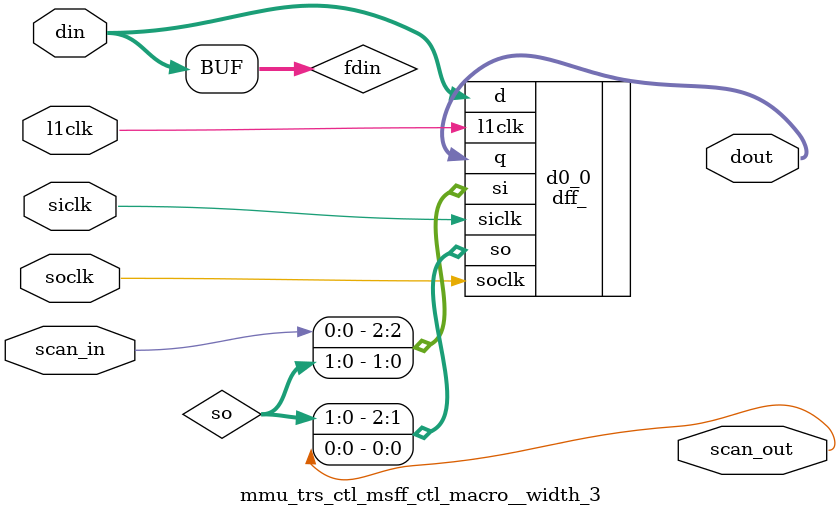
<source format=v>
module mmu_trs_ctl (
  l1clk, 
  scan_in, 
  spc_aclk, 
  spc_bclk, 
  tsb_hit_hw1, 
  thr_valid_hw3, 
  ra2pahit_hw5, 
  ranotpax_hw5, 
  tsm_waitfortte, 
  ep_miss_hw1, 
  rrindex_bit0, 
  rrindex_bit1, 
  l2_ecc_err_hw1, 
  cfg_ecc_err_m3, 
  rr_ecc_err_hw5, 
  l2_ecc_err_type, 
  cfg_ecc_err_type, 
  rr_ecc_err_type, 
  cfg_ecc_err_index, 
  rr_ecc_err_index, 
  trs_rqv, 
  trs_null_st, 
  trs_waitrr3_st, 
  trs_ecc_err, 
  trs_ep_err, 
  trs_err_type, 
  trs_err_index, 
  trs_eccerr_st, 
  trs_eperr_st, 
  scan_out);
wire siclk;
wire soclk;
wire [1:0] rrindex;
wire goto_null_state;
wire null_state;
wire ignorette_state;
wire eperr_state;
wire eccerr_state;
wire next_null_state;
wire next_null_state_;
wire null_state_;
wire null_state_reg_scanin;
wire null_state_reg_scanout;
wire goto_validreq_state;
wire validreq_state;
wire next_validreq_state;
wire validreq_state_reg_scanin;
wire validreq_state_reg_scanout;
wire goto_waitrr2_state;
wire next_waitrr2_state;
wire waitrr2_state_reg_scanin;
wire waitrr2_state_reg_scanout;
wire waitrr2_state;
wire goto_waitrr3_state;
wire next_waitrr3_state;
wire waitrr3_state_reg_scanin;
wire waitrr3_state_reg_scanout;
wire waitrr3_state;
wire goto_ignorette_state;
wire next_ignorette_state;
wire ignorette_state_reg_scanin;
wire ignorette_state_reg_scanout;
wire goto_eperr_state;
wire next_eperr_state;
wire eperr_state_reg_scanin;
wire eperr_state_reg_scanout;
wire goto_eccerr_state;
wire next_eccerr_state;
wire eccerr_state_reg_scanin;
wire eccerr_state_reg_scanout;
wire take_l2_err;
wire take_cfg_err;
wire take_rr_err;
wire [2:0] err_type;
wire err_type_en;
wire [2:0] err_type_in;
wire [2:0] new_err_index;
wire [2:0] err_index_in;
wire err_type_reg_scanin;
wire err_type_reg_scanout;
wire err_index_reg_scanin;
wire err_index_reg_scanout;


input           l1clk;
input           scan_in;
input		spc_aclk;
input		spc_bclk;

input           tsb_hit_hw1;
input           thr_valid_hw3;
input           ra2pahit_hw5;
input           ranotpax_hw5;
input           tsm_waitfortte;

input           ep_miss_hw1;
input           rrindex_bit0;
input           rrindex_bit1;


input           l2_ecc_err_hw1;
input           cfg_ecc_err_m3;
input           rr_ecc_err_hw5;

input [1:0]     l2_ecc_err_type;
input [1:0]     cfg_ecc_err_type;
input [1:0]     rr_ecc_err_type;

input [2:0]     cfg_ecc_err_index;
input [2:0]     rr_ecc_err_index;


output          trs_rqv;
output          trs_null_st;       // indicates that the thread in NULL state.
output          trs_waitrr3_st;    // indicates that the thread in waitrr3 state.
output          trs_ecc_err;       // ecc error signal
output          trs_ep_err;        // ep miss detection
output [2:0]    trs_err_type;      // ecc error type (001=>mra c 010=>mra uc 101=>l2 c 110=>l2 uc 111=>l2 notdata)
                                          // thread could be in validreq, readrr, waitrr2, waitrr3 or ignorette states.

output [2:0]    trs_err_index;     // index for mra errors

output          trs_eccerr_st;
output          trs_eperr_st;

output          scan_out;


assign siclk	= spc_aclk;
assign soclk	= spc_bclk;



assign rrindex[1:0] = {rrindex_bit1, rrindex_bit0};


///////////////////////////////////////////////////
// CASE STATEMENT DESCRIPTION OF TRS MACHINE
///////////////////////////////////////////////////
//case(`TRS_STATE)
//  `NULL_ST:
//    begin
//
//    if (~tsb_hit_hw1 & ~l2_ecc_err_hw1 & ~cfg_ecc_err_m3 & ~ep_miss_hw1)
//      next_state = `NULL_ST;
//    if (tsb_hit_hw1 & ~l2_ecc_err_hw1 & ~cfg_ecc_err_m3 & ~ep_miss_hw1)
//      next_state = `VALIDREQ_ST;
//    if (ep_miss_hw1 & l2_ecc_err_hw1 & ~cfg_ecc_err_m3)
//      next_state = `EPERR_ST;
//    if (l2_ecc_err_hw1 | cfg_ecc_err_m3)
//      next_state = `ECCERR_ST;
//
//    end
//
//  `VALIDREQ_ST:
//    begin
//        if (~ra2pahit_hw5 & ~ranotpax_hw5 & ~rr_ecc_err &
//           (~(rrindex[1:0] == 2'b11 & thr_valid_hw3)))
//          next_state = `VALIDREQ_ST;
//        if (~ra2pahit_hw5 & ~ranotpax_hw5 & ~rr_ecc_err &
//           ((rrindex[1:0] == 2'b11 & thr_valid_hw3)))
//          next_state = `WAITRR2_ST;
//        if ((ra2pahit_hw5 | ranotpax_hw5) & ~rr_ecc_err)
//          next_state = `IGNORETTE_ST;
//        if (rr_ecc_err)
//          next_state = `ECCERR_ST;
//    end
//
//  `WAITRR2_ST:
//    begin
//        if (~ra2pahit_hw5 & ~ranotpax_hw5 & ~rr_ecc_err)
//          next_state = `WAITRR3_ST;
//        if ((ra2pahit_hw5 | ranotpax_hw5) & ~rr_ecc_err)
//          next_state = `IGNORETTE_ST;
//        if (rr_ecc_err)
//          next_state = `ECCERR_ST;
//    end
//
//  `WAITRR3_ST:
//    begin
//        if (~rr_ecc_err)
//          next_state = `IGNORETTE_ST;
//        if (rr_ecc_err)
//          next_state = `ECCERR_ST;
//    end
//
//  `IGNORETTE_ST:
//    begin
//        if (~tsm_waitfortte) 
//          next_state = `NULL_ST;
//        else
//          next_state = `IGNORETTE_ST;
//    end
//
//  `ECCERR_ST:
//    begin
//        if (~tsm_waitfortte) 
//          next_state = `NULL_ST;
//        else
//          next_state = `ECCERR_ST;
//    end
//
//  `EPERR_ST:
//    begin
//        if (~tsm_waitfortte) 
//          next_state = `NULL_ST;
//        else
//          next_state = `EPERR_ST;
//    end
//
//endcase // case(`TRS_STATE)
  
// 0in one_hot -var {null_state,validreq_state,waitrr2_state,waitrr3_state,ignorette_state,eccerr_state,eperr_state}



///////////////////////////////////////////////////
// Null State (HW1)
///////////////////////////////////////////////////
assign goto_null_state = (null_state  & ~tsb_hit_hw1 & ~l2_ecc_err_hw1 & ~cfg_ecc_err_m3 & ~ep_miss_hw1) | //if thr_sel then go to specrr)
                         (ignorette_state & ~tsm_waitfortte) |
                         (eperr_state & ~tsm_waitfortte) |
                         (eccerr_state & ~tsm_waitfortte);
assign next_null_state = goto_null_state;

assign next_null_state_ = ~next_null_state;
assign null_state = ~null_state_;

mmu_trs_ctl_msff_ctl_macro__width_1 null_state_reg  (
 .scan_in(null_state_reg_scanin),
 .scan_out(null_state_reg_scanout),
 .l1clk(l1clk),
 .din  (next_null_state_),
 .dout (null_state_),
  .siclk(siclk),
  .soclk(soclk)
);

///////////////////////////////////////////////////
// Valid Req State (HW2)
///////////////////////////////////////////////////
assign goto_validreq_state = (null_state & tsb_hit_hw1 & ~cfg_ecc_err_m3) |                          //ra2pahit_hw5 cannot happen in null_state
                             (validreq_state & ~ra2pahit_hw5 & ~ranotpax_hw5 & ~rr_ecc_err_hw5 &
                              ~(rrindex[1] & rrindex[0] & thr_valid_hw3)) ;

assign next_validreq_state = goto_validreq_state;


mmu_trs_ctl_msff_ctl_macro__width_1 validreq_state_reg  (
 .scan_in(validreq_state_reg_scanin),
 .scan_out(validreq_state_reg_scanout),
 .l1clk(l1clk),
 .din  (next_validreq_state),
 .dout (validreq_state),
  .siclk(siclk),
  .soclk(soclk)
);

///////////////////////////////////////////////////
// WaitRR2 State (HW4)
///////////////////////////////////////////////////
assign goto_waitrr2_state = (validreq_state & ~ra2pahit_hw5 & ~ranotpax_hw5 & rrindex[1] & rrindex[0] & thr_valid_hw3 & ~rr_ecc_err_hw5);
assign next_waitrr2_state = goto_waitrr2_state;


mmu_trs_ctl_msff_ctl_macro__width_1 waitrr2_state_reg  (
 .scan_in(waitrr2_state_reg_scanin),
 .scan_out(waitrr2_state_reg_scanout),
 .l1clk(l1clk),
 .din  (next_waitrr2_state),
 .dout (waitrr2_state),
  .siclk(siclk),
  .soclk(soclk)
);

///////////////////////////////////////////////////
// WaitRR3 State (HW5)
///////////////////////////////////////////////////
assign goto_waitrr3_state = (waitrr2_state & ~ra2pahit_hw5 & ~ranotpax_hw5 & ~rr_ecc_err_hw5);
assign next_waitrr3_state = goto_waitrr3_state;

mmu_trs_ctl_msff_ctl_macro__width_1 waitrr3_state_reg  (
 .scan_in(waitrr3_state_reg_scanin),
 .scan_out(waitrr3_state_reg_scanout),
 .l1clk(l1clk),
 .din  (next_waitrr3_state),
 .dout (waitrr3_state),
  .siclk(siclk),
  .soclk(soclk)
);

///////////////////////////////////////////////////
// IgnoreTTE State (HW6)
///////////////////////////////////////////////////
assign goto_ignorette_state = ((validreq_state | waitrr2_state ) & (ra2pahit_hw5 | ranotpax_hw5) & ~rr_ecc_err_hw5) |
                              (waitrr3_state & ~rr_ecc_err_hw5) |
                              (ignorette_state & tsm_waitfortte);
assign next_ignorette_state = goto_ignorette_state;


mmu_trs_ctl_msff_ctl_macro__width_1 ignorette_state_reg  (
 .scan_in(ignorette_state_reg_scanin),
 .scan_out(ignorette_state_reg_scanout),
 .l1clk(l1clk),
 .din  (next_ignorette_state),
 .dout (ignorette_state),
  .siclk(siclk),
  .soclk(soclk)
);

///////////////////////////////////////////////////
// EpErr State (HW6)
///////////////////////////////////////////////////
assign goto_eperr_state = (null_state & ep_miss_hw1 & ~cfg_ecc_err_m3) |
                           (eperr_state & tsm_waitfortte);
assign next_eperr_state = goto_eperr_state;


mmu_trs_ctl_msff_ctl_macro__width_1 eperr_state_reg  (
 .scan_in(eperr_state_reg_scanin),
 .scan_out(eperr_state_reg_scanout),
 .l1clk(l1clk),
 .din  (next_eperr_state),
 .dout (eperr_state),
  .siclk(siclk),
  .soclk(soclk)
);

///////////////////////////////////////////////////
// EccErr State (HW6)
///////////////////////////////////////////////////
assign goto_eccerr_state = (null_state & (l2_ecc_err_hw1 | cfg_ecc_err_m3)) |
                           ((validreq_state | waitrr2_state | waitrr3_state ) & rr_ecc_err_hw5) |
                           (eccerr_state & tsm_waitfortte);
assign next_eccerr_state = goto_eccerr_state;


mmu_trs_ctl_msff_ctl_macro__width_1 eccerr_state_reg  (
 .scan_in(eccerr_state_reg_scanin),
 .scan_out(eccerr_state_reg_scanout),
 .l1clk(l1clk),
 .din  (next_eccerr_state),
 .dout (eccerr_state),
  .siclk(siclk),
  .soclk(soclk)
);

///////////////////////////////////////////////////
// Set the ECC ERROR TYPE
// 000 No errors
// 110 MRA Correctable
// 101 MRA Uncorrectable
// 001 L2 correctable
// 010 L2 uncorrectable
// 011 L2 Not Data
// latch the first ecc error and hold it.
///////////////////////////////////////////////////
//0in bits_on -var {take_l2_err, take_cfg_err, take_rr_err} -max 1
assign take_l2_err = (null_state & l2_ecc_err_hw1);
assign take_cfg_err = (null_state  & ~l2_ecc_err_hw1 & cfg_ecc_err_m3);
assign take_rr_err = (validreq_state | waitrr2_state | waitrr3_state ) & rr_ecc_err_hw5;

assign err_type[1:0] = ({2{take_l2_err}} & l2_ecc_err_type[1:0]) |
                       ({2{take_cfg_err}} & cfg_ecc_err_type[1:0]) |
                       ({2{take_rr_err}} & rr_ecc_err_type[1:0]);

assign err_type[2] = (take_cfg_err | take_rr_err) & ~take_l2_err;
assign err_type_en = take_l2_err | take_cfg_err | take_rr_err;

assign err_type_in[2:0] = ({3{err_type_en}} & err_type[2:0]) |
                          ({3{~err_type_en}} & trs_err_type[2:0]);

assign new_err_index[2:0] =   ({3{take_cfg_err}} & cfg_ecc_err_index[2:0]) |
                          ({3{take_rr_err}} & rr_ecc_err_index[2:0]);


assign err_index_in[2:0] = ({3{err_type_en}} & new_err_index[2:0]) |
                          ({3{~err_type_en}} & trs_err_index[2:0]);


mmu_trs_ctl_msff_ctl_macro__width_3 err_type_reg  
(
 .scan_in(err_type_reg_scanin),
 .scan_out(err_type_reg_scanout),
 .l1clk(l1clk),
 .din  (err_type_in[2:0]),
 .dout (trs_err_type[2:0]),
  .siclk(siclk),
  .soclk(soclk)
);

mmu_trs_ctl_msff_ctl_macro__width_3 err_index_reg  
(
 .scan_in(err_index_reg_scanin),
 .scan_out(err_index_reg_scanout),
 .l1clk(l1clk),
 .din  (err_index_in[2:0]),
 .dout (trs_err_index[2:0]),
  .siclk(siclk),
  .soclk(soclk)
);
///////////////////////////////////////////////////
// State Machine Outputs
///////////////////////////////////////////////////
assign trs_rqv = validreq_state;

assign trs_null_st = null_state;
assign trs_ecc_err = eccerr_state & ~tsm_waitfortte;
assign trs_eccerr_st = eccerr_state;
assign trs_waitrr3_st = waitrr3_state;


assign trs_ep_err = eperr_state & ~tsm_waitfortte;
assign trs_eperr_st = eperr_state;


supply0 vss;
supply1 vdd;

// fixscan start:
assign null_state_reg_scanin     = scan_in                  ;
assign validreq_state_reg_scanin = null_state_reg_scanout   ;
assign waitrr2_state_reg_scanin  = validreq_state_reg_scanout;
assign waitrr3_state_reg_scanin  = waitrr2_state_reg_scanout;
assign ignorette_state_reg_scanin = waitrr3_state_reg_scanout;
assign eperr_state_reg_scanin    = ignorette_state_reg_scanout;
assign eccerr_state_reg_scanin   = eperr_state_reg_scanout  ;
assign err_type_reg_scanin       = eccerr_state_reg_scanout ;
assign err_index_reg_scanin      = err_type_reg_scanout     ;
assign scan_out                  = err_index_reg_scanout    ;
// fixscan end:
endmodule






// any PARAMS parms go into naming of macro

module mmu_trs_ctl_msff_ctl_macro__width_1 (
  din, 
  l1clk, 
  scan_in, 
  siclk, 
  soclk, 
  dout, 
  scan_out);
wire [0:0] fdin;

  input [0:0] din;
  input l1clk;
  input scan_in;


  input siclk;
  input soclk;

  output [0:0] dout;
  output scan_out;
assign fdin[0:0] = din[0:0];






dff_ #(1)  d0_0 (
.l1clk(l1clk),
.siclk(siclk),
.soclk(soclk),
.d(fdin[0:0]),
.si(scan_in),
.so(scan_out),
.q(dout[0:0])
);












endmodule













// any PARAMS parms go into naming of macro

module mmu_trs_ctl_msff_ctl_macro__width_3 (
  din, 
  l1clk, 
  scan_in, 
  siclk, 
  soclk, 
  dout, 
  scan_out);
wire [2:0] fdin;
wire [1:0] so;

  input [2:0] din;
  input l1clk;
  input scan_in;


  input siclk;
  input soclk;

  output [2:0] dout;
  output scan_out;
assign fdin[2:0] = din[2:0];






dff_ #(3)  d0_0 (
.l1clk(l1clk),
.siclk(siclk),
.soclk(soclk),
.d(fdin[2:0]),
.si({scan_in,so[1:0]}),
.so({so[1:0],scan_out}),
.q(dout[2:0])
);












endmodule









</source>
